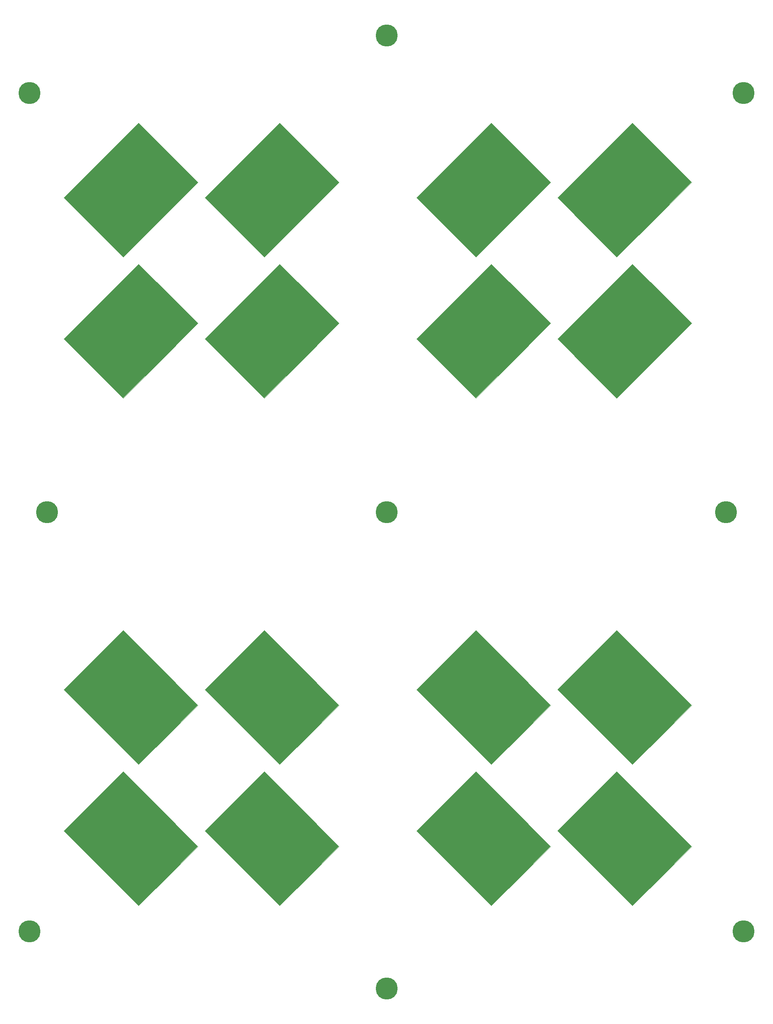
<source format=gbr>
%TF.GenerationSoftware,KiCad,Pcbnew,5.99.0-unknown-283d176cdc~117~ubuntu20.04.1*%
%TF.CreationDate,2021-02-27T14:47:20-06:00*%
%TF.ProjectId,Patches-Wider,50617463-6865-4732-9d57-696465722e6b,rev?*%
%TF.SameCoordinates,Original*%
%TF.FileFunction,Copper,L1,Top*%
%TF.FilePolarity,Positive*%
%FSLAX46Y46*%
G04 Gerber Fmt 4.6, Leading zero omitted, Abs format (unit mm)*
G04 Created by KiCad (PCBNEW 5.99.0-unknown-283d176cdc~117~ubuntu20.04.1) date 2021-02-27 14:47:20*
%MOMM*%
%LPD*%
G01*
G04 APERTURE LIST*
%TA.AperFunction,EtchedComponent*%
%ADD10C,0.000100*%
%TD*%
%TA.AperFunction,ComponentPad*%
%ADD11C,2.900000*%
%TD*%
%TA.AperFunction,ConnectorPad*%
%ADD12C,5.000000*%
%TD*%
G04 APERTURE END LIST*
D10*
%TO.C,REF\u002A\u002A*%
X130202796Y-188767767D02*
X116767767Y-202202796D01*
X116767767Y-202202796D02*
X99797204Y-185232233D01*
X99797204Y-185232233D02*
X113232233Y-171797204D01*
X113232233Y-171797204D02*
X130202796Y-188767767D01*
G36*
X130202796Y-188767767D02*
G01*
X116767767Y-202202796D01*
X99797204Y-185232233D01*
X113232233Y-171797204D01*
X130202796Y-188767767D01*
G37*
X130202796Y-156767767D02*
X116767767Y-170202796D01*
X116767767Y-170202796D02*
X99797204Y-153232233D01*
X99797204Y-153232233D02*
X113232233Y-139797204D01*
X113232233Y-139797204D02*
X130202796Y-156767767D01*
G36*
X130202796Y-156767767D02*
G01*
X116767767Y-170202796D01*
X99797204Y-153232233D01*
X113232233Y-139797204D01*
X130202796Y-156767767D01*
G37*
X65232233Y-87202796D02*
X51797204Y-73767767D01*
X51797204Y-73767767D02*
X68767767Y-56797204D01*
X68767767Y-56797204D02*
X82202796Y-70232233D01*
X82202796Y-70232233D02*
X65232233Y-87202796D01*
G36*
X65232233Y-87202796D02*
G01*
X51797204Y-73767767D01*
X68767767Y-56797204D01*
X82202796Y-70232233D01*
X65232233Y-87202796D01*
G37*
X33232233Y-87202796D02*
X19797204Y-73767767D01*
X19797204Y-73767767D02*
X36767767Y-56797204D01*
X36767767Y-56797204D02*
X50202796Y-70232233D01*
X50202796Y-70232233D02*
X33232233Y-87202796D01*
G36*
X33232233Y-87202796D02*
G01*
X19797204Y-73767767D01*
X36767767Y-56797204D01*
X50202796Y-70232233D01*
X33232233Y-87202796D01*
G37*
X33232233Y-55202796D02*
X19797204Y-41767767D01*
X19797204Y-41767767D02*
X36767767Y-24797204D01*
X36767767Y-24797204D02*
X50202796Y-38232233D01*
X50202796Y-38232233D02*
X33232233Y-55202796D01*
G36*
X33232233Y-55202796D02*
G01*
X19797204Y-41767767D01*
X36767767Y-24797204D01*
X50202796Y-38232233D01*
X33232233Y-55202796D01*
G37*
X145232233Y-87202796D02*
X131797204Y-73767767D01*
X131797204Y-73767767D02*
X148767767Y-56797204D01*
X148767767Y-56797204D02*
X162202796Y-70232233D01*
X162202796Y-70232233D02*
X145232233Y-87202796D01*
G36*
X145232233Y-87202796D02*
G01*
X131797204Y-73767767D01*
X148767767Y-56797204D01*
X162202796Y-70232233D01*
X145232233Y-87202796D01*
G37*
X82202796Y-156767767D02*
X68767767Y-170202796D01*
X68767767Y-170202796D02*
X51797204Y-153232233D01*
X51797204Y-153232233D02*
X65232233Y-139797204D01*
X65232233Y-139797204D02*
X82202796Y-156767767D01*
G36*
X82202796Y-156767767D02*
G01*
X68767767Y-170202796D01*
X51797204Y-153232233D01*
X65232233Y-139797204D01*
X82202796Y-156767767D01*
G37*
X65232233Y-55202796D02*
X51797204Y-41767767D01*
X51797204Y-41767767D02*
X68767767Y-24797204D01*
X68767767Y-24797204D02*
X82202796Y-38232233D01*
X82202796Y-38232233D02*
X65232233Y-55202796D01*
G36*
X65232233Y-55202796D02*
G01*
X51797204Y-41767767D01*
X68767767Y-24797204D01*
X82202796Y-38232233D01*
X65232233Y-55202796D01*
G37*
X82202796Y-188767767D02*
X68767767Y-202202796D01*
X68767767Y-202202796D02*
X51797204Y-185232233D01*
X51797204Y-185232233D02*
X65232233Y-171797204D01*
X65232233Y-171797204D02*
X82202796Y-188767767D01*
G36*
X82202796Y-188767767D02*
G01*
X68767767Y-202202796D01*
X51797204Y-185232233D01*
X65232233Y-171797204D01*
X82202796Y-188767767D01*
G37*
X162202796Y-188767767D02*
X148767767Y-202202796D01*
X148767767Y-202202796D02*
X131797204Y-185232233D01*
X131797204Y-185232233D02*
X145232233Y-171797204D01*
X145232233Y-171797204D02*
X162202796Y-188767767D01*
G36*
X162202796Y-188767767D02*
G01*
X148767767Y-202202796D01*
X131797204Y-185232233D01*
X145232233Y-171797204D01*
X162202796Y-188767767D01*
G37*
X50202796Y-156767767D02*
X36767767Y-170202796D01*
X36767767Y-170202796D02*
X19797204Y-153232233D01*
X19797204Y-153232233D02*
X33232233Y-139797204D01*
X33232233Y-139797204D02*
X50202796Y-156767767D01*
G36*
X50202796Y-156767767D02*
G01*
X36767767Y-170202796D01*
X19797204Y-153232233D01*
X33232233Y-139797204D01*
X50202796Y-156767767D01*
G37*
X113232233Y-87202796D02*
X99797204Y-73767767D01*
X99797204Y-73767767D02*
X116767767Y-56797204D01*
X116767767Y-56797204D02*
X130202796Y-70232233D01*
X130202796Y-70232233D02*
X113232233Y-87202796D01*
G36*
X113232233Y-87202796D02*
G01*
X99797204Y-73767767D01*
X116767767Y-56797204D01*
X130202796Y-70232233D01*
X113232233Y-87202796D01*
G37*
X145232233Y-55202796D02*
X131797204Y-41767767D01*
X131797204Y-41767767D02*
X148767767Y-24797204D01*
X148767767Y-24797204D02*
X162202796Y-38232233D01*
X162202796Y-38232233D02*
X145232233Y-55202796D01*
G36*
X145232233Y-55202796D02*
G01*
X131797204Y-41767767D01*
X148767767Y-24797204D01*
X162202796Y-38232233D01*
X145232233Y-55202796D01*
G37*
X113232233Y-55202796D02*
X99797204Y-41767767D01*
X99797204Y-41767767D02*
X116767767Y-24797204D01*
X116767767Y-24797204D02*
X130202796Y-38232233D01*
X130202796Y-38232233D02*
X113232233Y-55202796D01*
G36*
X113232233Y-55202796D02*
G01*
X99797204Y-41767767D01*
X116767767Y-24797204D01*
X130202796Y-38232233D01*
X113232233Y-55202796D01*
G37*
X50202796Y-188767767D02*
X36767767Y-202202796D01*
X36767767Y-202202796D02*
X19797204Y-185232233D01*
X19797204Y-185232233D02*
X33232233Y-171797204D01*
X33232233Y-171797204D02*
X50202796Y-188767767D01*
G36*
X50202796Y-188767767D02*
G01*
X36767767Y-202202796D01*
X19797204Y-185232233D01*
X33232233Y-171797204D01*
X50202796Y-188767767D01*
G37*
X162202796Y-156767767D02*
X148767767Y-170202796D01*
X148767767Y-170202796D02*
X131797204Y-153232233D01*
X131797204Y-153232233D02*
X145232233Y-139797204D01*
X145232233Y-139797204D02*
X162202796Y-156767767D01*
G36*
X162202796Y-156767767D02*
G01*
X148767767Y-170202796D01*
X131797204Y-153232233D01*
X145232233Y-139797204D01*
X162202796Y-156767767D01*
G37*
%TD*%
D11*
%TO.P,H10,1,1*%
%TO.N,N/C*%
X93000000Y-5000000D03*
D12*
X93000000Y-5000000D03*
%TD*%
D11*
%TO.P,H12,1,1*%
%TO.N,N/C*%
X170000000Y-113000000D03*
D12*
X170000000Y-113000000D03*
%TD*%
D11*
%TO.P,H11,1,1*%
%TO.N,N/C*%
X93000000Y-113000000D03*
D12*
X93000000Y-113000000D03*
%TD*%
D11*
%TO.P,H4,1,1*%
%TO.N,N/C*%
X174000000Y-208000000D03*
D12*
X174000000Y-208000000D03*
%TD*%
D11*
%TO.P,H9,1,1*%
%TO.N,N/C*%
X93000000Y-221000000D03*
D12*
X93000000Y-221000000D03*
%TD*%
D11*
%TO.P,H2,1,1*%
%TO.N,N/C*%
X174000000Y-18000000D03*
D12*
X174000000Y-18000000D03*
%TD*%
%TO.P,H3,1,1*%
%TO.N,N/C*%
X12000000Y-208000000D03*
D11*
X12000000Y-208000000D03*
%TD*%
D12*
%TO.P,H1,1,1*%
%TO.N,N/C*%
X12000000Y-18000000D03*
D11*
X12000000Y-18000000D03*
%TD*%
D12*
%TO.P,H11,1,1*%
%TO.N,N/C*%
X16000000Y-113000000D03*
D11*
X16000000Y-113000000D03*
%TD*%
M02*

</source>
